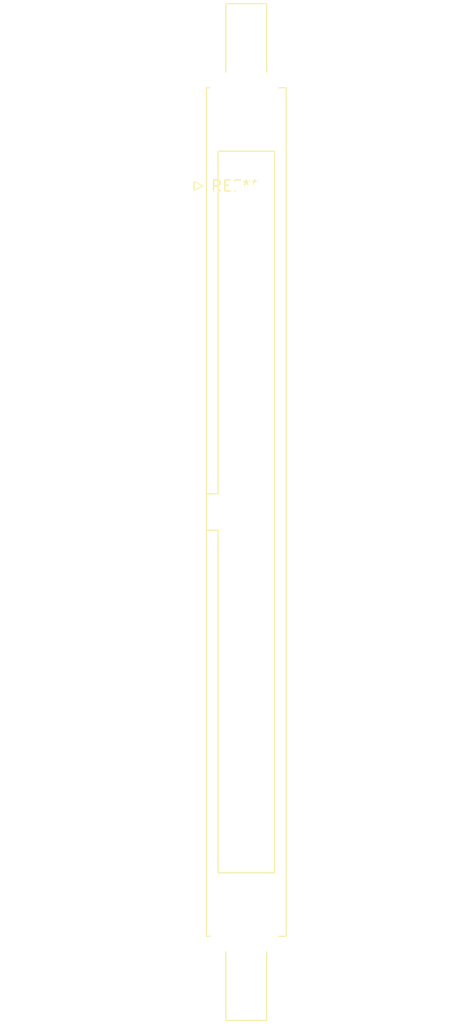
<source format=kicad_pcb>
(kicad_pcb (version 20240108) (generator pcbnew)
  (layers (0 "F.Cu" signal) (31 "B.Cu" signal) (34 "B.Paste" user) (35 "F.Paste" user) (36 "B.SilkS" user "B.Silkscreen") (37 "F.SilkS" user "F.Silkscreen") (38 "B.Mask" user) (39 "F.Mask" user) (44 "Edge.Cuts" user))
  (net 0 "")
  (footprint "IDC-Header_2x30-1MP_P2.54mm_Latch9.5mm_Vertical" (layer "F.Cu") (at 0 0)
    (property "Reference" "REF**")
    (property "Value" "IDC-Header_2x30-1MP_P2.54mm_Latch9.5mm_Vertical")
    (fp_line (start -4.63 -0.5) (end -4.63 0.5) (layer "F.SilkS") (stroke (width 0.12)))
    (fp_line (start -4.63 0.5) (end -3.63 0) (layer "F.SilkS") (stroke (width 0.12)))
    (fp_line (start -3.63 0) (end -4.63 -0.5) (layer "F.SilkS") (stroke (width 0.12)))
    (fp_line (start -3.24 -11.08) (end -3.24 84.74) (layer "F.SilkS") (stroke (width 0.12)))
    (fp_line (start -3.24 34.78) (end -1.93 34.78) (layer "F.SilkS") (stroke (width 0.12)))
    (fp_line (start -3.24 84.74) (end -2.87 84.74) (layer "F.SilkS") (stroke (width 0.12)))
    (fp_line (start -2.87 -11.08) (end -3.24 -11.08) (layer "F.SilkS") (stroke (width 0.12)))
    (fp_line (start -1.93 -3.92) (end 4.47 -3.92) (layer "F.SilkS") (stroke (width 0.12)))
    (fp_line (start -1.93 34.78) (end -1.93 -3.92) (layer "F.SilkS") (stroke (width 0.12)))
    (fp_line (start -1.93 38.88) (end -3.24 38.88) (layer "F.SilkS") (stroke (width 0.12)))
    (fp_line (start -1.93 38.88) (end -1.93 38.88) (layer "F.SilkS") (stroke (width 0.12)))
    (fp_line (start -1.93 77.58) (end -1.93 38.88) (layer "F.SilkS") (stroke (width 0.12)))
    (fp_line (start -1.04 -20.58) (end 3.58 -20.58) (layer "F.SilkS") (stroke (width 0.12)))
    (fp_line (start -1.04 -12.83) (end -1.04 -20.58) (layer "F.SilkS") (stroke (width 0.12)))
    (fp_line (start -1.04 86.49) (end -1.04 94.24) (layer "F.SilkS") (stroke (width 0.12)))
    (fp_line (start -1.04 94.24) (end 3.58 94.24) (layer "F.SilkS") (stroke (width 0.12)))
    (fp_line (start 3.58 -20.58) (end 3.58 -12.83) (layer "F.SilkS") (stroke (width 0.12)))
    (fp_line (start 3.58 94.24) (end 3.58 86.49) (layer "F.SilkS") (stroke (width 0.12)))
    (fp_line (start 4.47 -3.92) (end 4.47 77.58) (layer "F.SilkS") (stroke (width 0.12)))
    (fp_line (start 4.47 77.58) (end -1.93 77.58) (layer "F.SilkS") (stroke (width 0.12)))
    (fp_line (start 4.91 -11.08) (end 5.78 -11.08) (layer "F.SilkS") (stroke (width 0.12)))
    (fp_line (start 5.78 -11.08) (end 5.78 84.74) (layer "F.SilkS") (stroke (width 0.12)))
    (fp_line (start 5.78 84.74) (end 4.91 84.74) (layer "F.SilkS") (stroke (width 0.12)))
    (pad "1" thru_hole roundrect (at 0 0) (size 1.7 1.7) (drill 1) (layers *.Cu *.Mask) (remove_unused_layers) (roundrect_rratio 0.147059))
    (pad "2" thru_hole circle (at 2.54 0) (size 1.7 1.7) (drill 1) (layers *.Cu *.Mask) (remove_unused_layers))
    (pad "3" thru_hole circle (at 0 2.54) (size 1.7 1.7) (drill 1) (layers *.Cu *.Mask) (remove_unused_layers))
    (pad "4" thru_hole circle (at 2.54 2.54) (size 1.7 1.7) (drill 1) (layers *.Cu *.Mask) (remove_unused_layers))
    (pad "5" thru_hole circle (at 0 5.08) (size 1.7 1.7) (drill 1) (layers *.Cu *.Mask) (remove_unused_layers))
    (pad "6" thru_hole circle (at 2.54 5.08) (size 1.7 1.7) (drill 1) (layers *.Cu *.Mask) (remove_unused_layers))
    (pad "7" thru_hole circle (at 0 7.62) (size 1.7 1.7) (drill 1) (layers *.Cu *.Mask) (remove_unused_layers))
    (pad "8" thru_hole circle (at 2.54 7.62) (size 1.7 1.7) (drill 1) (layers *.Cu *.Mask) (remove_unused_layers))
    (pad "9" thru_hole circle (at 0 10.16) (size 1.7 1.7) (drill 1) (layers *.Cu *.Mask) (remove_unused_layers))
    (pad "10" thru_hole circle (at 2.54 10.16) (size 1.7 1.7) (drill 1) (layers *.Cu *.Mask) (remove_unused_layers))
    (pad "11" thru_hole circle (at 0 12.7) (size 1.7 1.7) (drill 1) (layers *.Cu *.Mask) (remove_unused_layers))
    (pad "12" thru_hole circle (at 2.54 12.7) (size 1.7 1.7) (drill 1) (layers *.Cu *.Mask) (remove_unused_layers))
    (pad "13" thru_hole circle (at 0 15.24) (size 1.7 1.7) (drill 1) (layers *.Cu *.Mask) (remove_unused_layers))
    (pad "14" thru_hole circle (at 2.54 15.24) (size 1.7 1.7) (drill 1) (layers *.Cu *.Mask) (remove_unused_layers))
    (pad "15" thru_hole circle (at 0 17.78) (size 1.7 1.7) (drill 1) (layers *.Cu *.Mask) (remove_unused_layers))
    (pad "16" thru_hole circle (at 2.54 17.78) (size 1.7 1.7) (drill 1) (layers *.Cu *.Mask) (remove_unused_layers))
    (pad "17" thru_hole circle (at 0 20.32) (size 1.7 1.7) (drill 1) (layers *.Cu *.Mask) (remove_unused_layers))
    (pad "18" thru_hole circle (at 2.54 20.32) (size 1.7 1.7) (drill 1) (layers *.Cu *.Mask) (remove_unused_layers))
    (pad "19" thru_hole circle (at 0 22.86) (size 1.7 1.7) (drill 1) (layers *.Cu *.Mask) (remove_unused_layers))
    (pad "20" thru_hole circle (at 2.54 22.86) (size 1.7 1.7) (drill 1) (layers *.Cu *.Mask) (remove_unused_layers))
    (pad "21" thru_hole circle (at 0 25.4) (size 1.7 1.7) (drill 1) (layers *.Cu *.Mask) (remove_unused_layers))
    (pad "22" thru_hole circle (at 2.54 25.4) (size 1.7 1.7) (drill 1) (layers *.Cu *.Mask) (remove_unused_layers))
    (pad "23" thru_hole circle (at 0 27.94) (size 1.7 1.7) (drill 1) (layers *.Cu *.Mask) (remove_unused_layers))
    (pad "24" thru_hole circle (at 2.54 27.94) (size 1.7 1.7) (drill 1) (layers *.Cu *.Mask) (remove_unused_layers))
    (pad "25" thru_hole circle (at 0 30.48) (size 1.7 1.7) (drill 1) (layers *.Cu *.Mask) (remove_unused_layers))
    (pad "26" thru_hole circle (at 2.54 30.48) (size 1.7 1.7) (drill 1) (layers *.Cu *.Mask) (remove_unused_layers))
    (pad "27" thru_hole circle (at 0 33.02) (size 1.7 1.7) (drill 1) (layers *.Cu *.Mask) (remove_unused_layers))
    (pad "28" thru_hole circle (at 2.54 33.02) (size 1.7 1.7) (drill 1) (layers *.Cu *.Mask) (remove_unused_layers))
    (pad "29" thru_hole circle (at 0 35.56) (size 1.7 1.7) (drill 1) (layers *.Cu *.Mask) (remove_unused_layers))
    (pad "30" thru_hole circle (at 2.54 35.56) (size 1.7 1.7) (drill 1) (layers *.Cu *.Mask) (remove_unused_layers))
    (pad "31" thru_hole circle (at 0 38.1) (size 1.7 1.7) (drill 1) (layers *.Cu *.Mask) (remove_unused_layers))
    (pad "32" thru_hole circle (at 2.54 38.1) (size 1.7 1.7) (drill 1) (layers *.Cu *.Mask) (remove_unused_layers))
    (pad "33" thru_hole circle (at 0 40.64) (size 1.7 1.7) (drill 1) (layers *.Cu *.Mask) (remove_unused_layers))
    (pad "34" thru_hole circle (at 2.54 40.64) (size 1.7 1.7) (drill 1) (layers *.Cu *.Mask) (remove_unused_layers))
    (pad "35" thru_hole circle (at 0 43.18) (size 1.7 1.7) (drill 1) (layers *.Cu *.Mask) (remove_unused_layers))
    (pad "36" thru_hole circle (at 2.54 43.18) (size 1.7 1.7) (drill 1) (layers *.Cu *.Mask) (remove_unused_layers))
    (pad "37" thru_hole circle (at 0 45.72) (size 1.7 1.7) (drill 1) (layers *.Cu *.Mask) (remove_unused_layers))
    (pad "38" thru_hole circle (at 2.54 45.72) (size 1.7 1.7) (drill 1) (layers *.Cu *.Mask) (remove_unused_layers))
    (pad "39" thru_hole circle (at 0 48.26) (size 1.7 1.7) (drill 1) (layers *.Cu *.Mask) (remove_unused_layers))
    (pad "40" thru_hole circle (at 2.54 48.26) (size 1.7 1.7) (drill 1) (layers *.Cu *.Mask) (remove_unused_layers))
    (pad "41" thru_hole circle (at 0 50.8) (size 1.7 1.7) (drill 1) (layers *.Cu *.Mask) (remove_unused_layers))
    (pad "42" thru_hole circle (at 2.54 50.8) (size 1.7 1.7) (drill 1) (layers *.Cu *.Mask) (remove_unused_layers))
    (pad "43" thru_hole circle (at 0 53.34) (size 1.7 1.7) (drill 1) (layers *.Cu *.Mask) (remove_unused_layers))
    (pad "44" thru_hole circle (at 2.54 53.34) (size 1.7 1.7) (drill 1) (layers *.Cu *.Mask) (remove_unused_layers))
    (pad "45" thru_hole circle (at 0 55.88) (size 1.7 1.7) (drill 1) (layers *.Cu *.Mask) (remove_unused_layers))
    (pad "46" thru_hole circle (at 2.54 55.88) (size 1.7 1.7) (drill 1) (layers *.Cu *.Mask) (remove_unused_layers))
    (pad "47" thru_hole circle (at 0 58.42) (size 1.7 1.7) (drill 1) (layers *.Cu *.Mask) (remove_unused_layers))
    (pad "48" thru_hole circle (at 2.54 58.42) (size 1.7 1.7) (drill 1) (layers *.Cu *.Mask) (remove_unused_layers))
    (pad "49" thru_hole circle (at 0 60.96) (size 1.7 1.7) (drill 1) (layers *.Cu *.Mask) (remove_unused_layers))
    (pad "50" thru_hole circle (at 2.54 60.96) (size 1.7 1.7) (drill 1) (layers *.Cu *.Mask) (remove_unused_layers))
    (pad "51" thru_hole circle (at 0 63.5) (size 1.7 1.7) (drill 1) (layers *.Cu *.Mask) (remove_unused_layers))
    (pad "52" thru_hole circle (at 2.54 63.5) (size 1.7 1.7) (drill 1) (layers *.Cu *.Mask) (remove_unused_layers))
    (pad "53" thru_hole circle (at 0 66.04) (size 1.7 1.7) (drill 1) (layers *.Cu *.Mask) (remove_unused_layers))
    (pad "54" thru_hole circle (at 2.54 66.04) (size 1.7 1.7) (drill 1) (layers *.Cu *.Mask) (remove_unused_layers))
    (pad "55" thru_hole circle (at 0 68.58) (size 1.7 1.7) (drill 1) (layers *.Cu *.Mask) (remove_unused_layers))
    (pad "56" thru_hole circle (at 2.54 68.58) (size 1.7 1.7) (drill 1) (layers *.Cu *.Mask) (remove_unused_layers))
    (pad "57" thru_hole circle (at 0 71.12) (size 1.7 1.7) (drill 1) (layers *.Cu *.Mask) (remove_unused_layers))
    (pad "58" thru_hole circle (at 2.54 71.12) (size 1.7 1.7) (drill 1) (layers *.Cu *.Mask) (remove_unused_layers))
    (pad "59" thru_hole circle (at 0 73.66) (size 1.7 1.7) (drill 1) (layers *.Cu *.Mask) (remove_unused_layers))
    (pad "60" thru_hole circle (at 2.54 73.66) (size 1.7 1.7) (drill 1) (layers *.Cu *.Mask) (remove_unused_layers))
    (pad "MP" thru_hole circle (at 1.02 -8.94) (size 8 8) (drill 2.69) (layers *.Cu *.Mask) (remove_unused_layers))
    (pad "MP" thru_hole circle (at 1.02 82.6) (size 8 8) (drill 2.69) (layers *.Cu *.Mask) (remove_unused_layers))
  )
)
</source>
